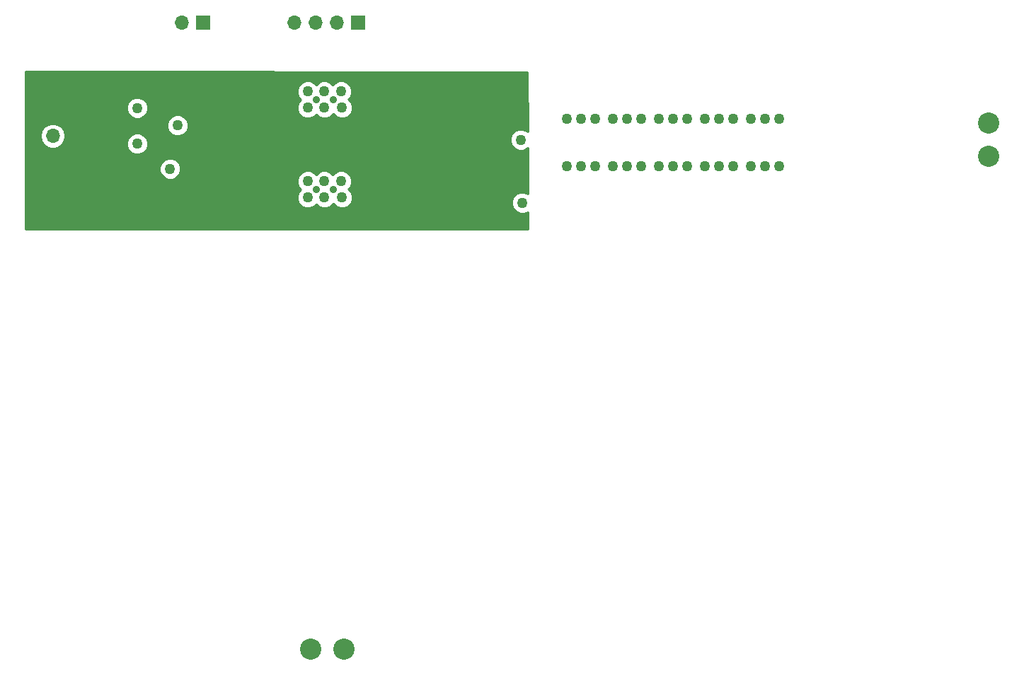
<source format=gbr>
G04 #@! TF.GenerationSoftware,KiCad,Pcbnew,(5.0.0)*
G04 #@! TF.CreationDate,2019-07-23T14:55:15-07:00*
G04 #@! TF.ProjectId,Test Project,546573742050726F6A6563742E6B6963,rev?*
G04 #@! TF.SameCoordinates,Original*
G04 #@! TF.FileFunction,Copper,L2,Inr,Signal*
G04 #@! TF.FilePolarity,Positive*
%FSLAX46Y46*%
G04 Gerber Fmt 4.6, Leading zero omitted, Abs format (unit mm)*
G04 Created by KiCad (PCBNEW (5.0.0)) date 07/23/19 14:55:15*
%MOMM*%
%LPD*%
G01*
G04 APERTURE LIST*
G04 #@! TA.AperFunction,ViaPad*
%ADD10O,1.700000X1.700000*%
G04 #@! TD*
G04 #@! TA.AperFunction,ViaPad*
%ADD11R,1.700000X1.700000*%
G04 #@! TD*
G04 #@! TA.AperFunction,ViaPad*
%ADD12C,2.540000*%
G04 #@! TD*
G04 #@! TA.AperFunction,ViaPad*
%ADD13C,1.270000*%
G04 #@! TD*
G04 #@! TA.AperFunction,ViaPad*
%ADD14C,0.889000*%
G04 #@! TD*
G04 #@! TA.AperFunction,Conductor*
%ADD15C,0.254000*%
G04 #@! TD*
G04 APERTURE END LIST*
D10*
G04 #@! TO.N,/VDD_ISO*
G04 #@! TO.C,J5*
X20460000Y82000000D03*
D11*
G04 #@! TO.N,/GND_ISO*
X23000000Y82000000D03*
G04 #@! TD*
G04 #@! TO.N,/VDD_Logic*
G04 #@! TO.C,J3*
X5000000Y71000000D03*
D10*
G04 #@! TO.N,/GND_Logic*
X5000000Y68460000D03*
G04 #@! TD*
D11*
G04 #@! TO.N,/~INB*
G04 #@! TO.C,J2*
X41500000Y82000000D03*
D10*
G04 #@! TO.N,/INB*
X38960000Y82000000D03*
G04 #@! TO.N,/~INA*
X36420000Y82000000D03*
G04 #@! TO.N,/INA*
X33880000Y82000000D03*
G04 #@! TD*
D12*
G04 #@! TO.N,/VC2_Pos*
G04 #@! TO.C,J4*
X117000000Y66018800D03*
G04 #@! TO.N,/VC2_Neg*
X117000000Y69981200D03*
G04 #@! TD*
G04 #@! TO.N,/VAC_Pos*
G04 #@! TO.C,J1*
X35855800Y6985000D03*
G04 #@! TO.N,/VAC_Neg*
X39818200Y6985000D03*
G04 #@! TD*
D13*
G04 #@! TO.N,/GND_Logic*
X15100000Y67500000D03*
X15100000Y71800000D03*
G04 #@! TO.N,/VDD_Logic*
X15100000Y73800000D03*
X59262000Y57912000D03*
G04 #@! TO.N,/GND_Logic*
X61167000Y60452004D03*
X61000000Y68000000D03*
G04 #@! TO.N,/INA*
X19930000Y69723000D03*
G04 #@! TO.N,/~INA*
X19041000Y64516000D03*
G04 #@! TO.N,/VC2_Pos*
X68200000Y64800000D03*
X69900000Y64800000D03*
X66500000Y64800000D03*
D14*
G04 #@! TO.N,/VC2_Neg*
X38600000Y72800000D03*
X36500000Y72800000D03*
D13*
X35500000Y73773000D03*
X39500000Y73773000D03*
X39615000Y71827000D03*
X35500000Y71827000D03*
X37500000Y73773000D03*
X37500000Y71827000D03*
G04 #@! TO.N,/VC2_Pos*
X35500000Y63011000D03*
X39500000Y63011000D03*
X37500000Y63011000D03*
X37500000Y61065000D03*
D14*
X38600000Y62038000D03*
D13*
X35500000Y61065000D03*
D14*
X36500000Y62038000D03*
D13*
X39615000Y61065000D03*
X75400000Y64800000D03*
X72000000Y64800000D03*
X73700000Y64800000D03*
X80900000Y64800000D03*
X77500000Y64800000D03*
X79200000Y64800000D03*
X84700000Y64800000D03*
X86400000Y64800000D03*
X83000000Y64800000D03*
X91900000Y64800000D03*
X90200000Y64800000D03*
X88500000Y64800000D03*
G04 #@! TO.N,/VC2_Neg*
X88500000Y70500000D03*
X91900000Y70500000D03*
X90200000Y70500000D03*
X83000000Y70500000D03*
X77500000Y70500000D03*
X72000000Y70500000D03*
X66500000Y70500000D03*
X86400000Y70500000D03*
X80900000Y70500000D03*
X75400000Y70500000D03*
X69900000Y70500000D03*
X84700000Y70500000D03*
X79200000Y70500000D03*
X73700000Y70500000D03*
X68200000Y70500000D03*
G04 #@! TD*
D15*
G04 #@! TO.N,/VDD_Logic*
G36*
X61802252Y76073266D02*
X61816402Y68979649D01*
X61719397Y69076654D01*
X61252619Y69270000D01*
X60747381Y69270000D01*
X60280603Y69076654D01*
X59923346Y68719397D01*
X59730000Y68252619D01*
X59730000Y67747381D01*
X59923346Y67280603D01*
X60280603Y66923346D01*
X60747381Y66730000D01*
X61252619Y66730000D01*
X61719397Y66923346D01*
X61820303Y67024252D01*
X61831219Y61551513D01*
X61419619Y61722004D01*
X60914381Y61722004D01*
X60447603Y61528658D01*
X60090346Y61171401D01*
X59897000Y60704623D01*
X59897000Y60199385D01*
X60090346Y59732607D01*
X60447603Y59375350D01*
X60914381Y59182004D01*
X61419619Y59182004D01*
X61835602Y59354310D01*
X61839746Y57277000D01*
X1768749Y57277000D01*
X1753905Y64768619D01*
X17771000Y64768619D01*
X17771000Y64263381D01*
X17964346Y63796603D01*
X18321603Y63439346D01*
X18788381Y63246000D01*
X19293619Y63246000D01*
X19336154Y63263619D01*
X34230000Y63263619D01*
X34230000Y62758381D01*
X34423346Y62291603D01*
X34676949Y62038000D01*
X34423346Y61784397D01*
X34230000Y61317619D01*
X34230000Y60812381D01*
X34423346Y60345603D01*
X34780603Y59988346D01*
X35247381Y59795000D01*
X35752619Y59795000D01*
X36219397Y59988346D01*
X36500000Y60268949D01*
X36780603Y59988346D01*
X37247381Y59795000D01*
X37752619Y59795000D01*
X38219397Y59988346D01*
X38557500Y60326449D01*
X38895603Y59988346D01*
X39362381Y59795000D01*
X39867619Y59795000D01*
X40334397Y59988346D01*
X40691654Y60345603D01*
X40885000Y60812381D01*
X40885000Y61317619D01*
X40691654Y61784397D01*
X40380551Y62095500D01*
X40576654Y62291603D01*
X40770000Y62758381D01*
X40770000Y63263619D01*
X40576654Y63730397D01*
X40219397Y64087654D01*
X39752619Y64281000D01*
X39247381Y64281000D01*
X38780603Y64087654D01*
X38500000Y63807051D01*
X38219397Y64087654D01*
X37752619Y64281000D01*
X37247381Y64281000D01*
X36780603Y64087654D01*
X36500000Y63807051D01*
X36219397Y64087654D01*
X35752619Y64281000D01*
X35247381Y64281000D01*
X34780603Y64087654D01*
X34423346Y63730397D01*
X34230000Y63263619D01*
X19336154Y63263619D01*
X19760397Y63439346D01*
X20117654Y63796603D01*
X20311000Y64263381D01*
X20311000Y64768619D01*
X20117654Y65235397D01*
X19760397Y65592654D01*
X19293619Y65786000D01*
X18788381Y65786000D01*
X18321603Y65592654D01*
X17964346Y65235397D01*
X17771000Y64768619D01*
X1753905Y64768619D01*
X1746590Y68460000D01*
X3485908Y68460000D01*
X3601161Y67880582D01*
X3929375Y67389375D01*
X4420582Y67061161D01*
X4853744Y66975000D01*
X5146256Y66975000D01*
X5579418Y67061161D01*
X6070625Y67389375D01*
X6313336Y67752619D01*
X13830000Y67752619D01*
X13830000Y67247381D01*
X14023346Y66780603D01*
X14380603Y66423346D01*
X14847381Y66230000D01*
X15352619Y66230000D01*
X15819397Y66423346D01*
X16176654Y66780603D01*
X16370000Y67247381D01*
X16370000Y67752619D01*
X16176654Y68219397D01*
X15819397Y68576654D01*
X15352619Y68770000D01*
X14847381Y68770000D01*
X14380603Y68576654D01*
X14023346Y68219397D01*
X13830000Y67752619D01*
X6313336Y67752619D01*
X6398839Y67880582D01*
X6514092Y68460000D01*
X6398839Y69039418D01*
X6070625Y69530625D01*
X5579418Y69858839D01*
X5146256Y69945000D01*
X4853744Y69945000D01*
X4420582Y69858839D01*
X3929375Y69530625D01*
X3601161Y69039418D01*
X3485908Y68460000D01*
X1746590Y68460000D01*
X1743587Y69975619D01*
X18660000Y69975619D01*
X18660000Y69470381D01*
X18853346Y69003603D01*
X19210603Y68646346D01*
X19677381Y68453000D01*
X20182619Y68453000D01*
X20649397Y68646346D01*
X21006654Y69003603D01*
X21200000Y69470381D01*
X21200000Y69975619D01*
X21006654Y70442397D01*
X20649397Y70799654D01*
X20182619Y70993000D01*
X19677381Y70993000D01*
X19210603Y70799654D01*
X18853346Y70442397D01*
X18660000Y69975619D01*
X1743587Y69975619D01*
X1739471Y72052619D01*
X13830000Y72052619D01*
X13830000Y71547381D01*
X14023346Y71080603D01*
X14380603Y70723346D01*
X14847381Y70530000D01*
X15352619Y70530000D01*
X15819397Y70723346D01*
X16176654Y71080603D01*
X16370000Y71547381D01*
X16370000Y72052619D01*
X16176654Y72519397D01*
X15819397Y72876654D01*
X15352619Y73070000D01*
X14847381Y73070000D01*
X14380603Y72876654D01*
X14023346Y72519397D01*
X13830000Y72052619D01*
X1739471Y72052619D01*
X1735562Y74025619D01*
X34230000Y74025619D01*
X34230000Y73520381D01*
X34423346Y73053603D01*
X34676949Y72800000D01*
X34423346Y72546397D01*
X34230000Y72079619D01*
X34230000Y71574381D01*
X34423346Y71107603D01*
X34780603Y70750346D01*
X35247381Y70557000D01*
X35752619Y70557000D01*
X36219397Y70750346D01*
X36500000Y71030949D01*
X36780603Y70750346D01*
X37247381Y70557000D01*
X37752619Y70557000D01*
X38219397Y70750346D01*
X38557500Y71088449D01*
X38895603Y70750346D01*
X39362381Y70557000D01*
X39867619Y70557000D01*
X40334397Y70750346D01*
X40691654Y71107603D01*
X40885000Y71574381D01*
X40885000Y72079619D01*
X40691654Y72546397D01*
X40380551Y72857500D01*
X40576654Y73053603D01*
X40770000Y73520381D01*
X40770000Y74025619D01*
X40576654Y74492397D01*
X40219397Y74849654D01*
X39752619Y75043000D01*
X39247381Y75043000D01*
X38780603Y74849654D01*
X38500000Y74569051D01*
X38219397Y74849654D01*
X37752619Y75043000D01*
X37247381Y75043000D01*
X36780603Y74849654D01*
X36500000Y74569051D01*
X36219397Y74849654D01*
X35752619Y75043000D01*
X35247381Y75043000D01*
X34780603Y74849654D01*
X34423346Y74492397D01*
X34230000Y74025619D01*
X1735562Y74025619D01*
X1731253Y76199732D01*
X61802252Y76073266D01*
X61802252Y76073266D01*
G37*
X61802252Y76073266D02*
X61816402Y68979649D01*
X61719397Y69076654D01*
X61252619Y69270000D01*
X60747381Y69270000D01*
X60280603Y69076654D01*
X59923346Y68719397D01*
X59730000Y68252619D01*
X59730000Y67747381D01*
X59923346Y67280603D01*
X60280603Y66923346D01*
X60747381Y66730000D01*
X61252619Y66730000D01*
X61719397Y66923346D01*
X61820303Y67024252D01*
X61831219Y61551513D01*
X61419619Y61722004D01*
X60914381Y61722004D01*
X60447603Y61528658D01*
X60090346Y61171401D01*
X59897000Y60704623D01*
X59897000Y60199385D01*
X60090346Y59732607D01*
X60447603Y59375350D01*
X60914381Y59182004D01*
X61419619Y59182004D01*
X61835602Y59354310D01*
X61839746Y57277000D01*
X1768749Y57277000D01*
X1753905Y64768619D01*
X17771000Y64768619D01*
X17771000Y64263381D01*
X17964346Y63796603D01*
X18321603Y63439346D01*
X18788381Y63246000D01*
X19293619Y63246000D01*
X19336154Y63263619D01*
X34230000Y63263619D01*
X34230000Y62758381D01*
X34423346Y62291603D01*
X34676949Y62038000D01*
X34423346Y61784397D01*
X34230000Y61317619D01*
X34230000Y60812381D01*
X34423346Y60345603D01*
X34780603Y59988346D01*
X35247381Y59795000D01*
X35752619Y59795000D01*
X36219397Y59988346D01*
X36500000Y60268949D01*
X36780603Y59988346D01*
X37247381Y59795000D01*
X37752619Y59795000D01*
X38219397Y59988346D01*
X38557500Y60326449D01*
X38895603Y59988346D01*
X39362381Y59795000D01*
X39867619Y59795000D01*
X40334397Y59988346D01*
X40691654Y60345603D01*
X40885000Y60812381D01*
X40885000Y61317619D01*
X40691654Y61784397D01*
X40380551Y62095500D01*
X40576654Y62291603D01*
X40770000Y62758381D01*
X40770000Y63263619D01*
X40576654Y63730397D01*
X40219397Y64087654D01*
X39752619Y64281000D01*
X39247381Y64281000D01*
X38780603Y64087654D01*
X38500000Y63807051D01*
X38219397Y64087654D01*
X37752619Y64281000D01*
X37247381Y64281000D01*
X36780603Y64087654D01*
X36500000Y63807051D01*
X36219397Y64087654D01*
X35752619Y64281000D01*
X35247381Y64281000D01*
X34780603Y64087654D01*
X34423346Y63730397D01*
X34230000Y63263619D01*
X19336154Y63263619D01*
X19760397Y63439346D01*
X20117654Y63796603D01*
X20311000Y64263381D01*
X20311000Y64768619D01*
X20117654Y65235397D01*
X19760397Y65592654D01*
X19293619Y65786000D01*
X18788381Y65786000D01*
X18321603Y65592654D01*
X17964346Y65235397D01*
X17771000Y64768619D01*
X1753905Y64768619D01*
X1746590Y68460000D01*
X3485908Y68460000D01*
X3601161Y67880582D01*
X3929375Y67389375D01*
X4420582Y67061161D01*
X4853744Y66975000D01*
X5146256Y66975000D01*
X5579418Y67061161D01*
X6070625Y67389375D01*
X6313336Y67752619D01*
X13830000Y67752619D01*
X13830000Y67247381D01*
X14023346Y66780603D01*
X14380603Y66423346D01*
X14847381Y66230000D01*
X15352619Y66230000D01*
X15819397Y66423346D01*
X16176654Y66780603D01*
X16370000Y67247381D01*
X16370000Y67752619D01*
X16176654Y68219397D01*
X15819397Y68576654D01*
X15352619Y68770000D01*
X14847381Y68770000D01*
X14380603Y68576654D01*
X14023346Y68219397D01*
X13830000Y67752619D01*
X6313336Y67752619D01*
X6398839Y67880582D01*
X6514092Y68460000D01*
X6398839Y69039418D01*
X6070625Y69530625D01*
X5579418Y69858839D01*
X5146256Y69945000D01*
X4853744Y69945000D01*
X4420582Y69858839D01*
X3929375Y69530625D01*
X3601161Y69039418D01*
X3485908Y68460000D01*
X1746590Y68460000D01*
X1743587Y69975619D01*
X18660000Y69975619D01*
X18660000Y69470381D01*
X18853346Y69003603D01*
X19210603Y68646346D01*
X19677381Y68453000D01*
X20182619Y68453000D01*
X20649397Y68646346D01*
X21006654Y69003603D01*
X21200000Y69470381D01*
X21200000Y69975619D01*
X21006654Y70442397D01*
X20649397Y70799654D01*
X20182619Y70993000D01*
X19677381Y70993000D01*
X19210603Y70799654D01*
X18853346Y70442397D01*
X18660000Y69975619D01*
X1743587Y69975619D01*
X1739471Y72052619D01*
X13830000Y72052619D01*
X13830000Y71547381D01*
X14023346Y71080603D01*
X14380603Y70723346D01*
X14847381Y70530000D01*
X15352619Y70530000D01*
X15819397Y70723346D01*
X16176654Y71080603D01*
X16370000Y71547381D01*
X16370000Y72052619D01*
X16176654Y72519397D01*
X15819397Y72876654D01*
X15352619Y73070000D01*
X14847381Y73070000D01*
X14380603Y72876654D01*
X14023346Y72519397D01*
X13830000Y72052619D01*
X1739471Y72052619D01*
X1735562Y74025619D01*
X34230000Y74025619D01*
X34230000Y73520381D01*
X34423346Y73053603D01*
X34676949Y72800000D01*
X34423346Y72546397D01*
X34230000Y72079619D01*
X34230000Y71574381D01*
X34423346Y71107603D01*
X34780603Y70750346D01*
X35247381Y70557000D01*
X35752619Y70557000D01*
X36219397Y70750346D01*
X36500000Y71030949D01*
X36780603Y70750346D01*
X37247381Y70557000D01*
X37752619Y70557000D01*
X38219397Y70750346D01*
X38557500Y71088449D01*
X38895603Y70750346D01*
X39362381Y70557000D01*
X39867619Y70557000D01*
X40334397Y70750346D01*
X40691654Y71107603D01*
X40885000Y71574381D01*
X40885000Y72079619D01*
X40691654Y72546397D01*
X40380551Y72857500D01*
X40576654Y73053603D01*
X40770000Y73520381D01*
X40770000Y74025619D01*
X40576654Y74492397D01*
X40219397Y74849654D01*
X39752619Y75043000D01*
X39247381Y75043000D01*
X38780603Y74849654D01*
X38500000Y74569051D01*
X38219397Y74849654D01*
X37752619Y75043000D01*
X37247381Y75043000D01*
X36780603Y74849654D01*
X36500000Y74569051D01*
X36219397Y74849654D01*
X35752619Y75043000D01*
X35247381Y75043000D01*
X34780603Y74849654D01*
X34423346Y74492397D01*
X34230000Y74025619D01*
X1735562Y74025619D01*
X1731253Y76199732D01*
X61802252Y76073266D01*
G04 #@! TD*
M02*

</source>
